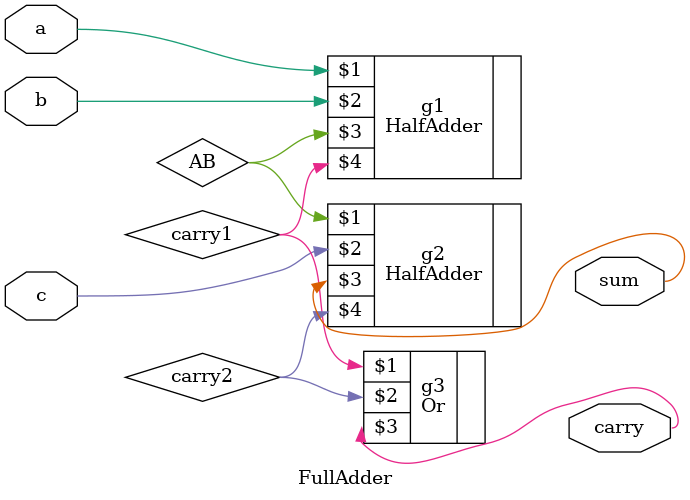
<source format=v>

module FullAdder(input a,b,c, output sum, carry);
  // your code here
 wire AB,carry1,carry2;
  HalfAdder g1(a,b,AB,carry1);
  HalfAdder g2(AB,c,sum,carry2);
  Or g3(carry1,carry2,carry);
endmodule

</source>
